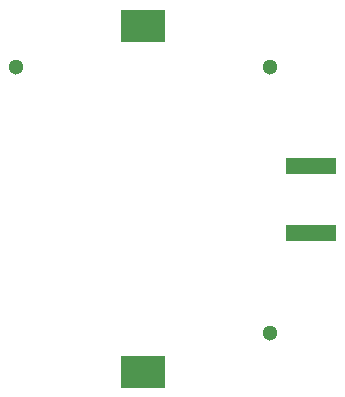
<source format=gbr>
%TF.GenerationSoftware,KiCad,Pcbnew,(5.1.6)-1*%
%TF.CreationDate,2020-10-05T19:31:36+02:00*%
%TF.ProjectId,NRF24,4e524632-342e-46b6-9963-61645f706362,rev?*%
%TF.SameCoordinates,Original*%
%TF.FileFunction,Soldermask,Bot*%
%TF.FilePolarity,Negative*%
%FSLAX46Y46*%
G04 Gerber Fmt 4.6, Leading zero omitted, Abs format (unit mm)*
G04 Created by KiCad (PCBNEW (5.1.6)-1) date 2020-10-05 19:31:36*
%MOMM*%
%LPD*%
G01*
G04 APERTURE LIST*
%ADD10C,1.300000*%
%ADD11R,4.300000X1.450000*%
%ADD12R,3.700000X2.700000*%
G04 APERTURE END LIST*
D10*
%TO.C,REF\u002A\u002A*%
X191500000Y-98500000D03*
%TD*%
%TO.C,REF\u002A\u002A*%
X191500000Y-76000000D03*
%TD*%
%TO.C,REF\u002A\u002A*%
X170000000Y-76000000D03*
%TD*%
D11*
%TO.C,J2*%
X195000000Y-84425000D03*
X195000000Y-90075000D03*
%TD*%
D12*
%TO.C,BT1*%
X180800000Y-101800000D03*
X180800000Y-72500000D03*
%TD*%
M02*

</source>
